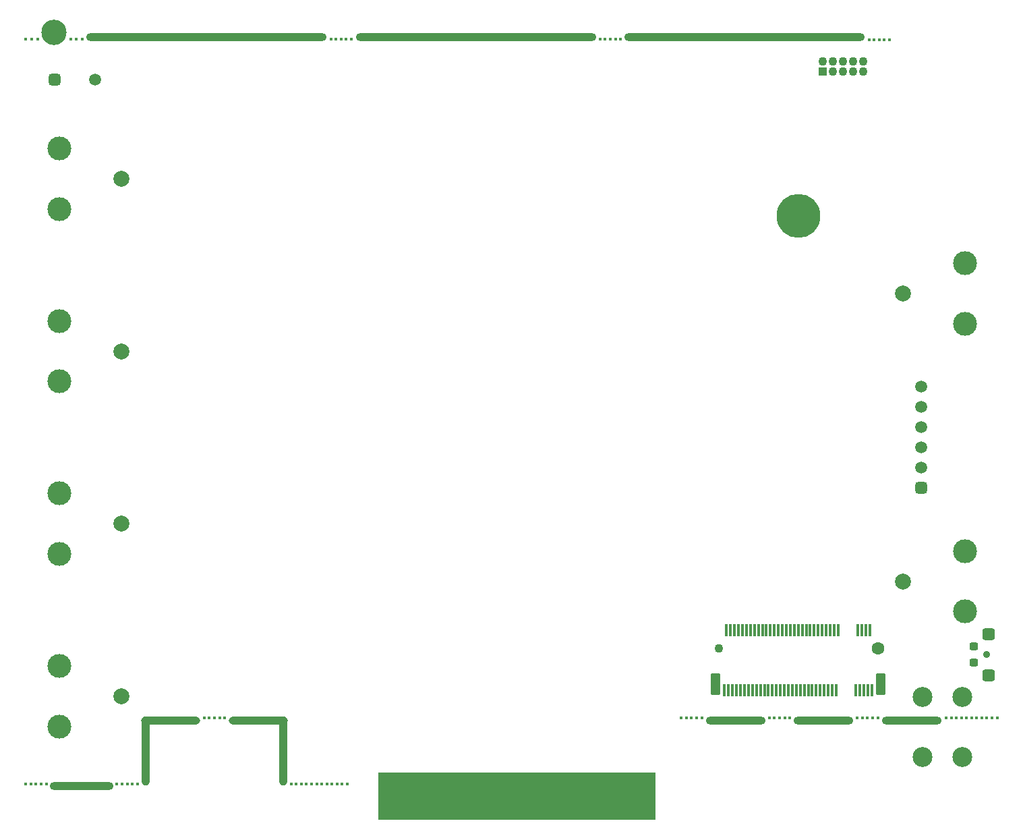
<source format=gbr>
%TF.GenerationSoftware,KiCad,Pcbnew,8.99.0-3402-gadd58faa30*%
%TF.CreationDate,2024-12-15T16:18:47-05:00*%
%TF.ProjectId,Thunderscope_Rev5_Mech_Model,5468756e-6465-4727-9363-6f70655f5265,rev?*%
%TF.SameCoordinates,Original*%
%TF.FileFunction,Soldermask,Bot*%
%TF.FilePolarity,Negative*%
%FSLAX46Y46*%
G04 Gerber Fmt 4.6, Leading zero omitted, Abs format (unit mm)*
G04 Created by KiCad (PCBNEW 8.99.0-3402-gadd58faa30) date 2024-12-15 16:18:47*
%MOMM*%
%LPD*%
G01*
G04 APERTURE LIST*
G04 Aperture macros list*
%AMRoundRect*
0 Rectangle with rounded corners*
0 $1 Rounding radius*
0 $2 $3 $4 $5 $6 $7 $8 $9 X,Y pos of 4 corners*
0 Add a 4 corners polygon primitive as box body*
4,1,4,$2,$3,$4,$5,$6,$7,$8,$9,$2,$3,0*
0 Add four circle primitives for the rounded corners*
1,1,$1+$1,$2,$3*
1,1,$1+$1,$4,$5*
1,1,$1+$1,$6,$7*
1,1,$1+$1,$8,$9*
0 Add four rect primitives between the rounded corners*
20,1,$1+$1,$2,$3,$4,$5,0*
20,1,$1+$1,$4,$5,$6,$7,0*
20,1,$1+$1,$6,$7,$8,$9,0*
20,1,$1+$1,$8,$9,$2,$3,0*%
G04 Aperture macros list end*
%ADD10C,1.092200*%
%ADD11C,1.600200*%
%ADD12RoundRect,0.076200X-0.076200X-0.698500X0.076200X-0.698500X0.076200X0.698500X-0.076200X0.698500X0*%
%ADD13RoundRect,0.119380X-0.477520X-1.252220X0.477520X-1.252220X0.477520X1.252220X-0.477520X1.252220X0*%
%ADD14O,30.200000X1.000000*%
%ADD15C,0.380000*%
%ADD16C,1.090000*%
%ADD17R,1.090000X1.090000*%
%ADD18C,2.000000*%
%ADD19C,3.000000*%
%ADD20R,0.700000X3.200000*%
%ADD21R,0.700000X4.200000*%
%ADD22O,7.500000X1.000000*%
%ADD23C,2.500000*%
%ADD24O,8.000000X1.000000*%
%ADD25O,1.000000X8.750000*%
%ADD26C,5.500000*%
%ADD27O,7.400000X1.000000*%
%ADD28RoundRect,0.375000X-0.375000X-0.375000X0.375000X-0.375000X0.375000X0.375000X-0.375000X0.375000X0*%
%ADD29C,1.500000*%
%ADD30C,3.180000*%
%ADD31RoundRect,0.375000X-0.425000X0.375000X-0.425000X-0.375000X0.425000X-0.375000X0.425000X0.375000X0*%
%ADD32C,0.900000*%
%ADD33RoundRect,0.375000X0.425000X-0.375000X0.425000X0.375000X-0.425000X0.375000X-0.425000X-0.375000X0*%
%ADD34RoundRect,0.250000X-0.275000X0.250000X-0.275000X-0.250000X0.275000X-0.250000X0.275000X0.250000X0*%
%ADD35RoundRect,0.375000X0.375000X-0.375000X0.375000X0.375000X-0.375000X0.375000X-0.375000X-0.375000X0*%
G04 APERTURE END LIST*
%TO.C,P1*%
G36*
X131751095Y-155053600D02*
G01*
X166551095Y-155053600D01*
X166551095Y-149078600D01*
X131751095Y-149078600D01*
X131751095Y-155053600D01*
G37*
%TD*%
D10*
%TO.C,J8*%
X174476095Y-133528600D03*
D11*
X194476095Y-133528600D03*
D12*
X175226095Y-138803600D03*
X175476095Y-131253600D03*
X175726095Y-138803600D03*
X175976095Y-131253600D03*
X176226095Y-138803600D03*
X176476095Y-131253600D03*
X176726095Y-138803600D03*
X176976095Y-131253600D03*
X177226095Y-138803600D03*
X177476095Y-131253600D03*
X177726095Y-138803600D03*
X177976095Y-131253600D03*
X178226095Y-138803600D03*
X178476095Y-131253600D03*
X178726095Y-138803600D03*
X178976095Y-131253600D03*
X179226095Y-138803600D03*
X179476095Y-131253600D03*
X179726095Y-138803600D03*
X179976095Y-131253600D03*
X180226095Y-138803600D03*
X180476095Y-131253600D03*
X180726095Y-138803600D03*
X180976095Y-131253600D03*
X181226095Y-138803600D03*
X181476095Y-131253600D03*
X181726095Y-138803600D03*
X181976095Y-131253600D03*
X182226095Y-138803600D03*
X182476095Y-131253600D03*
X182726095Y-138803600D03*
X182976095Y-131253600D03*
X183226095Y-138803600D03*
X183476095Y-131253600D03*
X183726095Y-138803600D03*
X183976095Y-131253600D03*
X184226095Y-138803600D03*
X184476095Y-131253600D03*
X184726095Y-138803600D03*
X184976095Y-131253600D03*
X185226095Y-138803600D03*
X185476095Y-131253600D03*
X185726095Y-138803600D03*
X185976095Y-131253600D03*
X186226095Y-138803600D03*
X186476095Y-131253600D03*
X186726095Y-138803600D03*
X186976095Y-131253600D03*
X187226095Y-138803600D03*
X187476095Y-131253600D03*
X187726095Y-138803600D03*
X187976095Y-131253600D03*
X188226095Y-138803600D03*
X188476095Y-131253600D03*
X188726095Y-138803600D03*
X188976095Y-131253600D03*
X189226095Y-138803600D03*
X189476095Y-131253600D03*
X191726095Y-138803600D03*
X191976095Y-131253600D03*
X192226095Y-138803600D03*
X192476095Y-131253600D03*
X192726095Y-138803600D03*
X192976095Y-131253600D03*
X193226095Y-138803600D03*
X193476095Y-131253600D03*
X193726095Y-138803600D03*
D13*
X174126095Y-138028600D03*
X194826095Y-138028600D03*
%TD*%
D14*
%TO.C,*%
X110201095Y-56803600D03*
%TD*%
D15*
%TO.C,*%
X126441095Y-57103600D03*
%TD*%
%TO.C,*%
X127721105Y-57103600D03*
%TD*%
%TO.C,*%
X125801095Y-57103600D03*
%TD*%
%TO.C,*%
X127081095Y-57103600D03*
%TD*%
%TO.C,*%
X128361105Y-57103600D03*
%TD*%
D16*
%TO.C,J3*%
X192641095Y-59818600D03*
X192641095Y-61088600D03*
X191371095Y-59818600D03*
X191371095Y-61088600D03*
X190101095Y-59818600D03*
X190101095Y-61088600D03*
X188831095Y-59818600D03*
X188831095Y-61088600D03*
X187561095Y-59818600D03*
D17*
X187561095Y-61088600D03*
%TD*%
D14*
%TO.C,*%
X177751095Y-56803600D03*
%TD*%
D15*
%TO.C,*%
X193991095Y-57128589D03*
%TD*%
%TO.C,*%
X194631105Y-57128589D03*
%TD*%
%TO.C,*%
X195911105Y-57128589D03*
%TD*%
%TO.C,*%
X195271105Y-57128589D03*
%TD*%
%TO.C,*%
X193351095Y-57128589D03*
%TD*%
%TO.C,*%
X110536095Y-142253600D03*
%TD*%
%TO.C,*%
X125291095Y-150503600D03*
%TD*%
D18*
%TO.C,J2*%
X197601095Y-125103600D03*
D19*
X205401095Y-121303600D03*
X205401095Y-128903600D03*
%TD*%
D15*
%TO.C,*%
X94586105Y-57103590D03*
%TD*%
%TO.C,*%
X159591085Y-57103600D03*
%TD*%
D18*
%TO.C,J1002A1*%
X99476095Y-139528610D03*
D19*
X91676095Y-143328610D03*
X91676095Y-135728610D03*
%TD*%
D20*
%TO.C,P1*%
X132651095Y-150803600D03*
D21*
X133651095Y-151303600D03*
X134651095Y-151303600D03*
X135651095Y-151303600D03*
X136651095Y-151303600D03*
X137651095Y-151303600D03*
X138651095Y-151303600D03*
X139651095Y-151303600D03*
X140651095Y-151303600D03*
X141651095Y-151303600D03*
X142651095Y-151303600D03*
X145651095Y-151303600D03*
X146651095Y-151303600D03*
X147651095Y-151303600D03*
X148651095Y-151303600D03*
X149651095Y-151303600D03*
X150651095Y-151303600D03*
X151651095Y-151303600D03*
X152651095Y-151303600D03*
X153651095Y-151303600D03*
X154651095Y-151303600D03*
X155651095Y-151303600D03*
X156651095Y-151303600D03*
X157651095Y-151303600D03*
X158651095Y-151303600D03*
X159651095Y-151303600D03*
X160651095Y-151303600D03*
X161651095Y-151303600D03*
X162651095Y-151303600D03*
X163651105Y-151303600D03*
X164651105Y-151303600D03*
X165651095Y-151303600D03*
%TD*%
D15*
%TO.C,*%
X171076095Y-142253600D03*
%TD*%
D22*
%TO.C,*%
X198701095Y-142553600D03*
%TD*%
D23*
%TO.C,J11*%
X200101095Y-147153600D03*
X205101095Y-147153600D03*
X200101095Y-139653600D03*
X205101095Y-139653600D03*
%TD*%
D24*
%TO.C,*%
X94501095Y-150803600D03*
%TD*%
D15*
%TO.C,*%
X111176095Y-142253600D03*
%TD*%
%TO.C,*%
X169796095Y-142253600D03*
%TD*%
D25*
%TO.C,*%
X102501095Y-146428600D03*
%TD*%
D15*
%TO.C,*%
X93841095Y-57103590D03*
%TD*%
%TO.C,*%
X93101095Y-57103590D03*
%TD*%
%TO.C,*%
X208161105Y-142253600D03*
%TD*%
%TO.C,*%
X182766095Y-142253600D03*
%TD*%
%TO.C,*%
X122731085Y-150503600D03*
%TD*%
%TO.C,*%
X203041095Y-142253600D03*
%TD*%
%TO.C,*%
X88141095Y-150503600D03*
%TD*%
%TO.C,*%
X208801105Y-142253600D03*
%TD*%
%TO.C,*%
X123371085Y-150503600D03*
%TD*%
%TO.C,*%
X112456095Y-142253600D03*
%TD*%
%TO.C,*%
X194456095Y-142253600D03*
%TD*%
%TO.C,*%
X124651095Y-150503600D03*
%TD*%
%TO.C,*%
X205601095Y-142253600D03*
%TD*%
%TO.C,*%
X193816095Y-142253600D03*
%TD*%
%TO.C,*%
X182126095Y-142253600D03*
%TD*%
%TO.C,*%
X203681095Y-142253600D03*
%TD*%
%TO.C,*%
X124011095Y-150503600D03*
%TD*%
%TO.C,*%
X98941095Y-150503600D03*
%TD*%
%TO.C,*%
X193176095Y-142253600D03*
%TD*%
%TO.C,*%
X100861095Y-150503600D03*
%TD*%
%TO.C,*%
X203041095Y-142253600D03*
%TD*%
%TO.C,*%
X87501095Y-57103590D03*
%TD*%
%TO.C,*%
X192536095Y-142253600D03*
%TD*%
D26*
%TO.C,H1*%
X184476095Y-79278600D03*
%TD*%
D15*
%TO.C,*%
X122091085Y-150503600D03*
%TD*%
%TO.C,*%
X121451085Y-150503600D03*
%TD*%
%TO.C,*%
X206241095Y-142253600D03*
%TD*%
%TO.C,*%
X191896095Y-142253600D03*
%TD*%
%TO.C,*%
X172356095Y-142253600D03*
%TD*%
D27*
%TO.C,*%
X105701095Y-142553600D03*
%TD*%
D15*
%TO.C,*%
X89001095Y-57103590D03*
%TD*%
%TO.C,*%
X127211095Y-150503600D03*
%TD*%
%TO.C,*%
X204321095Y-142253600D03*
%TD*%
%TO.C,*%
X161511095Y-57103600D03*
%TD*%
D28*
%TO.C,J4*%
X91111095Y-62153600D03*
D29*
X96191095Y-62153600D03*
%TD*%
D15*
%TO.C,*%
X99581095Y-150503600D03*
%TD*%
D25*
%TO.C,*%
X119851095Y-146428600D03*
%TD*%
D15*
%TO.C,*%
X207521105Y-142253600D03*
%TD*%
D18*
%TO.C,J1*%
X197601095Y-89003600D03*
D19*
X205401095Y-85203600D03*
X205401095Y-92803600D03*
%TD*%
D15*
%TO.C,*%
X126571095Y-150503600D03*
%TD*%
D22*
%TO.C,*%
X176601095Y-142553600D03*
%TD*%
D14*
%TO.C,*%
X144001090Y-56803600D03*
%TD*%
D15*
%TO.C,*%
X111816095Y-142253600D03*
%TD*%
%TO.C,*%
X204961095Y-142253600D03*
%TD*%
%TO.C,*%
X88261095Y-57103590D03*
%TD*%
D27*
%TO.C,*%
X116651095Y-142553600D03*
%TD*%
D15*
%TO.C,*%
X206881105Y-142253600D03*
%TD*%
%TO.C,*%
X125931095Y-150503600D03*
%TD*%
%TO.C,*%
X181486095Y-142253600D03*
%TD*%
%TO.C,*%
X204321095Y-142253600D03*
%TD*%
%TO.C,*%
X101501095Y-150503600D03*
%TD*%
D18*
%TO.C,J1002D1*%
X99476095Y-74578610D03*
D19*
X91676095Y-78378610D03*
X91676095Y-70778610D03*
%TD*%
D15*
%TO.C,*%
X109896095Y-142253600D03*
%TD*%
%TO.C,*%
X100221095Y-150503600D03*
%TD*%
%TO.C,*%
X120811085Y-150503600D03*
%TD*%
%TO.C,*%
X208161105Y-142253600D03*
%TD*%
%TO.C,*%
X89421095Y-150503600D03*
%TD*%
%TO.C,*%
X90061105Y-150503600D03*
%TD*%
D18*
%TO.C,J1002B1*%
X99476095Y-117878610D03*
D19*
X91676095Y-121678610D03*
X91676095Y-114078610D03*
%TD*%
D15*
%TO.C,*%
X171716095Y-142253600D03*
%TD*%
%TO.C,*%
X207521105Y-142253600D03*
%TD*%
%TO.C,*%
X162151095Y-57103600D03*
%TD*%
D22*
%TO.C,*%
X187651095Y-142553600D03*
%TD*%
D15*
%TO.C,*%
X88781095Y-150503600D03*
%TD*%
%TO.C,*%
X160871095Y-57103600D03*
%TD*%
%TO.C,*%
X160231085Y-57103600D03*
%TD*%
%TO.C,*%
X206881105Y-142253600D03*
%TD*%
%TO.C,*%
X183406095Y-142253600D03*
%TD*%
%TO.C,*%
X203681095Y-142253600D03*
%TD*%
%TO.C,*%
X209441105Y-142253600D03*
%TD*%
D18*
%TO.C,J1002C1*%
X99476095Y-96228610D03*
D19*
X91676095Y-100028610D03*
X91676095Y-92428610D03*
%TD*%
D15*
%TO.C,*%
X180846095Y-142253600D03*
%TD*%
%TO.C,*%
X87501095Y-150503600D03*
%TD*%
%TO.C,*%
X204961095Y-142253600D03*
%TD*%
%TO.C,*%
X127851095Y-150503600D03*
%TD*%
%TO.C,*%
X205601095Y-142253600D03*
%TD*%
D22*
%TO.C,*%
X198701095Y-142553600D03*
%TD*%
D15*
%TO.C,*%
X206241095Y-142253600D03*
%TD*%
%TO.C,*%
X170436095Y-142253600D03*
%TD*%
D30*
%TO.C,*%
X91051095Y-56253590D03*
%TD*%
D31*
%TO.C,J10*%
X208403595Y-131703600D03*
D32*
X208104095Y-134303600D03*
D33*
X208403595Y-136903600D03*
D34*
X206478595Y-133303600D03*
X206478595Y-135303600D03*
%TD*%
D35*
%TO.C,J5*%
X199901095Y-113403600D03*
D29*
X199901095Y-110863600D03*
X199901095Y-108323600D03*
X199901095Y-105783600D03*
X199901095Y-103243600D03*
X199901095Y-100703600D03*
%TD*%
M02*

</source>
